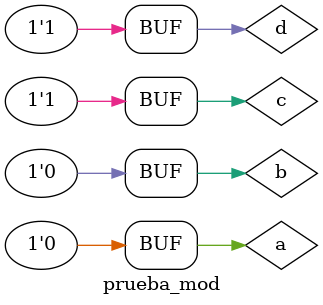
<source format=v>
`timescale 1ns / 1ps

module prueba_mod(

    );
    
    reg a, b, c, d;
    wire s;
    
    circuito1 circ(a, b, c, d); //dut [device unit test]
    initial begin
    a = 0;
    b = 0;
    c = 0;
    d = 0;
    #500;
    
    a = 0;
    b = 0;
    c = 0;
    d = 1;
    #500;
        
    a = 0;
    b = 0;
    c = 1;
    d = 0;
    #500;
        
    a = 0;
    b = 0;
    c = 1;
    d = 1;
    #500;
    end
endmodule

</source>
